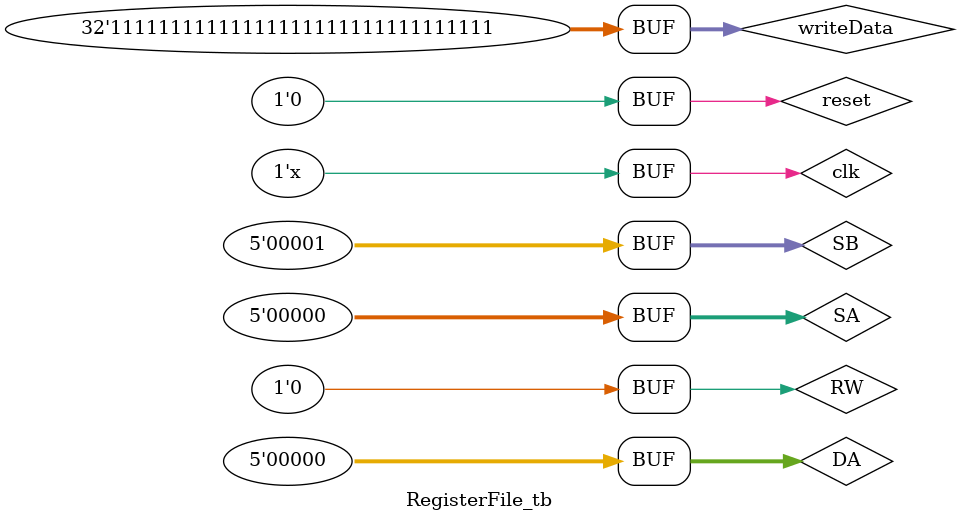
<source format=v>
module RegisterFile_tb;

    // Inputs
    reg clk;
    reg reset;
    reg RW;
    reg [4:0] SA;
    reg [4:0] SB;
    reg [4:0] DA;
    reg [31:0] writeData;

    // Outputs
    wire [31:0] readData1;
    wire [31:0] readData2;

    // Instantiate the Unit Under Test (UUT)
    RegisterFile uut (
        .clk(clk), 
        .reset(reset), 
        .RW(RW), 
        .SA(SA), 
        .SB(SB), 
        .DA(DA), 
        .writeData(writeData), 
        .readData1(readData1), 
        .readData2(readData2)
    );

    initial begin
        // Initialize Inputs
        clk = 0;
        reset = 1;
        RW = 0;
        SA = 0;
        SB = 0;
        DA = 0;
        writeData = 0;

        // Wait 100 ns for global reset to finish
        #100;
        
        // Add stimulus here
        reset = 0; // Release reset
        #10;

        // Test 1: Write to a register and read back
        RW = 1; DA = 5; writeData = 32'hA5A5A5A5; // Write A5A5A5A5 to register 5
        #10; RW = 0; SA = 5; SB = 0; // Read from register 5
        #10;

        // Test 2: Write to another register and read both
        RW = 1; DA = 10; writeData = 32'h5A5A5A5A; // Write 5A5A5A5A to register 10
        #10; RW = 0; SA = 5; SB = 10; // Read from register 5 and 10
        #10;

        // Test 3: Reset and check if all registers are cleared
        reset = 1;
        #10; reset = 0; SA = 5; SB = 10;
        #10;

        // Test 4: Ensure register 0 is always 0 when read, regardless of write attempts
        RW = 1; DA = 0; writeData = 32'hFFFFFFFF; // Attempt to write FFFFFFFF to register 0
        #10; RW = 0; SA = 0; SB = 1; // Read from register 0 and 1
        #10;
    end
    
    // Clock generator
    always #5 clk = !clk; // Toggle clock every 5 ns
    
endmodule
</source>
